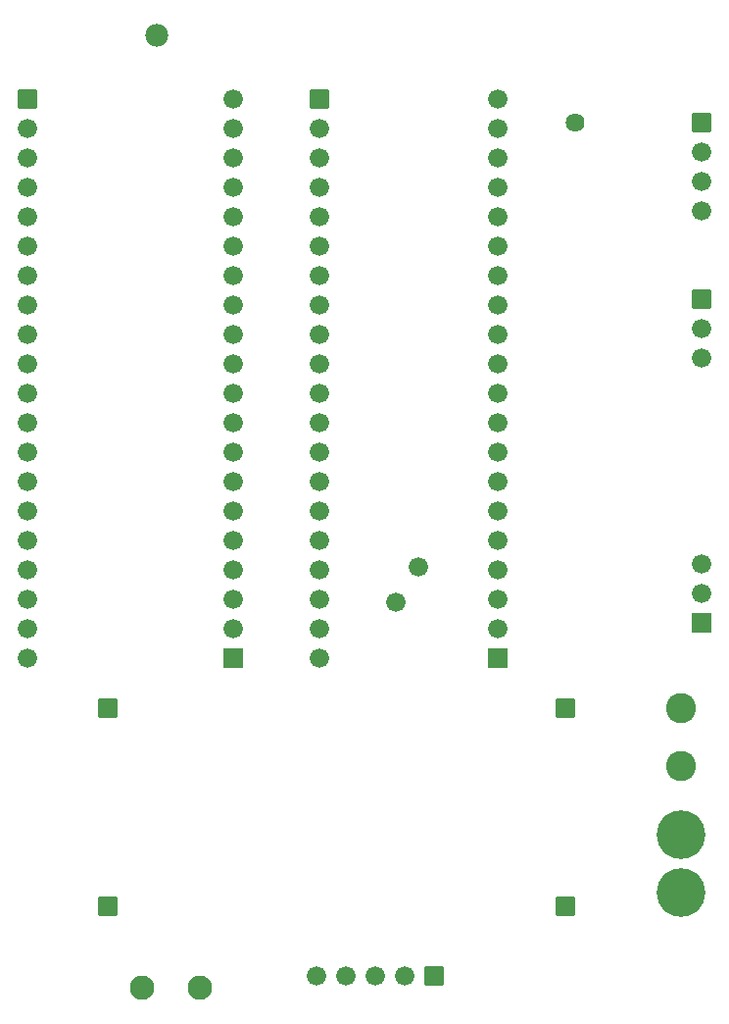
<source format=gts>
G04 Layer: TopSolderMaskLayer*
G04 EasyEDA v6.5.42, 2024-04-17 10:54:12*
G04 b58fe179de73491898139d20c7eecbb3,24a069b98e7845178fa3f65ba4aff580,10*
G04 Gerber Generator version 0.2*
G04 Scale: 100 percent, Rotated: No, Reflected: No *
G04 Dimensions in millimeters *
G04 leading zeros omitted , absolute positions ,4 integer and 5 decimal *
%FSLAX45Y45*%
%MOMM*%

%AMMACRO1*1,1,$1,$2,$3*1,1,$1,$4,$5*1,1,$1,0-$2,0-$3*1,1,$1,0-$4,0-$5*20,1,$1,$2,$3,$4,$5,0*20,1,$1,$4,$5,0-$2,0-$3,0*20,1,$1,0-$2,0-$3,0-$4,0-$5,0*20,1,$1,0-$4,0-$5,$2,$3,0*4,1,4,$2,$3,$4,$5,0-$2,0-$3,0-$4,0-$5,$2,$3,0*%
%ADD10MACRO1,0.1016X0.7874X-0.7874X-0.7874X-0.7874*%
%ADD11MACRO1,0.1016X0.7874X0.7874X0.7874X-0.7874*%
%ADD12C,1.6764*%
%ADD13R,1.6764X1.6764*%
%ADD14C,4.2000*%
%ADD15C,2.1016*%
%ADD16C,2.6016*%
%ADD17C,1.9812*%
%ADD18C,1.6766*%
%ADD19C,1.6256*%

%LPD*%
D10*
G01*
X1092200Y2184400D03*
D11*
G01*
X6223000Y7239000D03*
D12*
G01*
X6223000Y6985000D03*
G01*
X6223000Y6731000D03*
G01*
X6223000Y6477000D03*
G01*
X6223000Y3429000D03*
G01*
X6223000Y3175000D03*
D13*
G01*
X6223000Y2921000D03*
D14*
G01*
X6045200Y1088186D03*
G01*
X6045200Y588187D03*
D12*
G01*
X6223000Y5207000D03*
G01*
X6223000Y5461000D03*
D11*
G01*
X6223000Y5715000D03*
D10*
G01*
X1092200Y469900D03*
D12*
G01*
X393700Y2616200D03*
G01*
X393700Y2870200D03*
G01*
X393700Y3124200D03*
G01*
X393700Y3378200D03*
G01*
X393700Y3632200D03*
G01*
X393700Y3886200D03*
G01*
X393700Y4140200D03*
G01*
X393700Y4394200D03*
G01*
X393700Y4648200D03*
G01*
X393700Y4902200D03*
G01*
X393700Y5156200D03*
G01*
X393700Y5410200D03*
G01*
X393700Y5664200D03*
G01*
X393700Y5918200D03*
G01*
X393700Y6172200D03*
G01*
X393700Y6426200D03*
G01*
X393700Y6680200D03*
G01*
X393700Y6934200D03*
G01*
X393700Y7188200D03*
D11*
G01*
X393700Y7442200D03*
D12*
G01*
X2171700Y7442200D03*
G01*
X2171700Y7188200D03*
G01*
X2171700Y6934200D03*
G01*
X2171700Y6680200D03*
G01*
X2171700Y6426200D03*
G01*
X2171700Y6172200D03*
G01*
X2171700Y5918200D03*
G01*
X2171700Y5664200D03*
G01*
X2171700Y5410200D03*
G01*
X2171700Y5156200D03*
G01*
X2171700Y4902200D03*
G01*
X2171700Y4648200D03*
G01*
X2171700Y4394200D03*
G01*
X2171700Y4140200D03*
G01*
X2171700Y3886200D03*
G01*
X2171700Y3632200D03*
G01*
X2171700Y3378200D03*
G01*
X2171700Y3124200D03*
G01*
X2171700Y2870200D03*
D13*
G01*
X2171700Y2616200D03*
D12*
G01*
X2921000Y2616200D03*
G01*
X2921000Y2870200D03*
G01*
X2921000Y3124200D03*
G01*
X2921000Y3378200D03*
G01*
X2921000Y3632200D03*
G01*
X2921000Y3886200D03*
G01*
X2921000Y4140200D03*
G01*
X2921000Y4394200D03*
G01*
X2921000Y4648200D03*
G01*
X2921000Y4902200D03*
G01*
X2921000Y5156200D03*
G01*
X2921000Y5410200D03*
G01*
X2921000Y5664200D03*
G01*
X2921000Y5918200D03*
G01*
X2921000Y6172200D03*
G01*
X2921000Y6426200D03*
G01*
X2921000Y6680200D03*
G01*
X2921000Y6934200D03*
G01*
X2921000Y7188200D03*
D11*
G01*
X2921000Y7442200D03*
D12*
G01*
X4457700Y7442200D03*
G01*
X4457700Y7188200D03*
G01*
X4457700Y6934200D03*
G01*
X4457700Y6680200D03*
G01*
X4457700Y6426200D03*
G01*
X4457700Y6172200D03*
G01*
X4457700Y5918200D03*
G01*
X4457700Y5664200D03*
G01*
X4457700Y5410200D03*
G01*
X4457700Y5156200D03*
G01*
X4457700Y4902200D03*
G01*
X4457700Y4648200D03*
G01*
X4457700Y4394200D03*
G01*
X4457700Y4140200D03*
G01*
X4457700Y3886200D03*
G01*
X4457700Y3632200D03*
G01*
X4457700Y3378200D03*
G01*
X4457700Y3124200D03*
G01*
X4457700Y2870200D03*
D13*
G01*
X4457700Y2616200D03*
D10*
G01*
X5041900Y469900D03*
G01*
X5041900Y2184400D03*
D12*
G01*
X2895600Y-127000D03*
G01*
X3149600Y-127000D03*
G01*
X3403600Y-127000D03*
G01*
X3657600Y-127000D03*
D10*
G01*
X3911600Y-127000D03*
D15*
G01*
X1387855Y-228600D03*
G01*
X1888744Y-228600D03*
D16*
G01*
X6045200Y1679955D03*
G01*
X6045200Y2180844D03*
D17*
G01*
X1511300Y7988300D03*
D18*
G01*
X3771900Y3403600D03*
G01*
X3581400Y3098800D03*
D19*
G01*
X5130800Y7239000D03*
M02*

</source>
